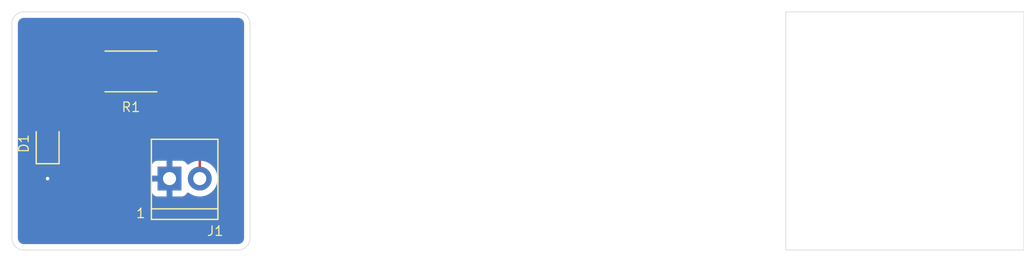
<source format=kicad_pcb>
(kicad_pcb (version 20240108) (generator "pcbnew") (generator_version "8.0")
  (layers (0 "F.Cu" signal) (31 "B.Cu" signal) (34 "B.Paste" user) (35 "F.Paste" user) (36 "B.SilkS" user "B.Silkscreen") (37 "F.SilkS" user "F.Silkscreen") (38 "B.Mask" user) (39 "F.Mask" user) (44 "Edge.Cuts" user))
  (net 0 "")
  (net 1 "GND")
  (net 2 "Net-(D1-A)")
  (net 3 "Net-(J1-Pin_2)")
  (footprint "rsx_headers_screw:Wurth_691210910002" (layer "F.Cu") (at 105 68)
    (property "Reference" "J1" (at 3.076348 4.406058 0) (layer "F.SilkS") (effects (font (size 0.8 0.8) (thickness 0.1))))
    (property "Value" "Screw_Terminal_2x2.54")
    (fp_line (start -2.286 -3.302) (end -2.286 3.429) (stroke (width 0.12)) (layer "F.SilkS"))
    (fp_line (start -2.286 3.429) (end 3.302 3.429) (stroke (width 0.12)) (layer "F.SilkS"))
    (fp_line (start 3.302 -3.302) (end -2.286 -3.302) (stroke (width 0.12)) (layer "F.SilkS"))
    (fp_line (start 3.302 2.54) (end -2.286 2.54) (stroke (width 0.12)) (layer "F.SilkS"))
    (fp_line (start 3.302 3.429) (end 3.302 -3.302) (stroke (width 0.12)) (layer "F.SilkS"))
    (fp_text user "1" (at -3.17552 2.915228 0) (layer "F.SilkS") (effects (font (size 0.8 0.8) (thickness 0.1) (bold yes))))
    (pad "1" thru_hole rect (at -0.762 0) (size 2 2) (drill 1.1) (layers "*.Cu" "*.Mask") (net 1 "GND"))
    (pad "2" thru_hole circle (at 1.778 0) (size 2 2) (drill 1.1) (layers "*.Cu" "*.Mask") (net 3 "Net-(J1-Pin_2)"))
  )
  (footprint "rsx_leds:LED_0805_2012Metric" (layer "F.Cu") (at 94 65.0625 90)
    (property "Reference" "D1" (at 0 -2 90) (layer "F.SilkS") (effects (font (size 0.8 0.8) (thickness 0.1))))
    (property "Value" "LED_B")
    (fp_line (start 1 -0.96) (end -1.685 -0.96) (stroke (width 0.12)) (layer "F.SilkS"))
    (fp_line (start -1.685 -0.96) (end -1.685 0.96) (stroke (width 0.12)) (layer "F.SilkS"))
    (fp_line (start -1.685 0.96) (end 1 0.96) (stroke (width 0.12)) (layer "F.SilkS"))
    (pad "1" smd roundrect (at -0.9375 0 90) (size 0.975 1.4) (layers "F.Cu" "F.Paste" "F.Mask") (net 1 "GND"))
    (pad "2" smd roundrect (at 0.9375 0 90) (size 0.975 1.4) (layers "F.Cu" "F.Paste" "F.Mask") (net 2 "Net-(D1-A)"))
  )
  (footprint "rsx_resistors:R_2512_6332Metric" (layer "F.Cu") (at 101 59 180)
    (property "Reference" "R1" (at 0 -3 0) (layer "F.SilkS") (effects (font (size 0.8 0.8) (thickness 0.1))))
    (property "Value" "200R_2W")
    (fp_line (start -2.177064 1.71) (end 2.177064 1.71) (stroke (width 0.12)) (layer "F.SilkS"))
    (fp_line (start -2.177064 -1.71) (end 2.177064 -1.71) (stroke (width 0.12)) (layer "F.SilkS"))
    (pad "1" smd roundrect (at -2.9625 0 180) (size 1.225 3.35) (layers "F.Cu" "F.Paste" "F.Mask") (roundrect_rratio 0.204082) (net 3 "Net-(J1-Pin_2)"))
    (pad "2" smd roundrect (at 2.9625 0 180) (size 1.225 3.35) (layers "F.Cu" "F.Paste" "F.Mask") (roundrect_rratio 0.204082) (net 2 "Net-(D1-A)"))
  )
  (gr_line (start 156 54) (end 176 54) (stroke (width 0.05)) (layer "Edge.Cuts"))
  (gr_line (start 92 54) (end 110 54) (stroke (width 0.05)) (layer "Edge.Cuts"))
  (gr_line (start 176 54) (end 176 74) (stroke (width 0.05)) (layer "Edge.Cuts"))
  (gr_line (start 156 74) (end 156 54) (stroke (width 0.05)) (layer "Edge.Cuts"))
  (gr_line (start 111 55) (end 111 73) (stroke (width 0.05)) (layer "Edge.Cuts"))
  (gr_line (start 176 74) (end 156 74) (stroke (width 0.05)) (layer "Edge.Cuts"))
  (gr_line (start 110 74) (end 92 74) (stroke (width 0.05)) (layer "Edge.Cuts"))
  (gr_arc (start 91 55) (mid 91.292893 54.292893) (end 92 54) (stroke (width 0.05)) (layer "Edge.Cuts"))
  (gr_arc (start 92 74) (mid 91.292893 73.707107) (end 91 73) (stroke (width 0.05)) (layer "Edge.Cuts"))
  (gr_arc (start 110 54) (mid 110.707107 54.292893) (end 111 55) (stroke (width 0.05)) (layer "Edge.Cuts"))
  (gr_arc (start 111 73) (mid 110.707107 73.707107) (end 110 74) (stroke (width 0.05)) (layer "Edge.Cuts"))
  (gr_line (start 91 73) (end 91 55) (stroke (width 0.05)) (layer "Edge.Cuts"))
  (segment (start 94 66) (end 94 68) (width 0.2) (layer "F.Cu") (net 1))
  (via (at 94 68) (size 0.6) (drill 0.3) (layers "F.Cu" "B.Cu") (net 1))
  (segment (start 94 62) (end 94 64.125) (width 0.2) (layer "F.Cu") (net 2))
  (segment (start 98.0375 59) (end 97 59) (width 0.2) (layer "F.Cu") (net 2))
  (segment (start 97 59) (end 94 62) (width 0.2) (layer "F.Cu") (net 2))
  (segment (start 106.778 68) (end 106.778 61.8155) (width 0.2) (layer "F.Cu") (net 3))
  (segment (start 106.778 61.8155) (end 103.9625 59) (width 0.2) (layer "F.Cu") (net 3))
  (zone (net 1) (net_name "GND") (layer "B.Cu") (connect_pads (clearance 0.5)) (min_thickness 0.25) (fill yes (thermal_gap 0.5) (thermal_bridge_width 0.5))
    (polygon (pts (xy 90 53) (xy 112 53) (xy 112 75) (xy 90 75)))
  )
)
</source>
